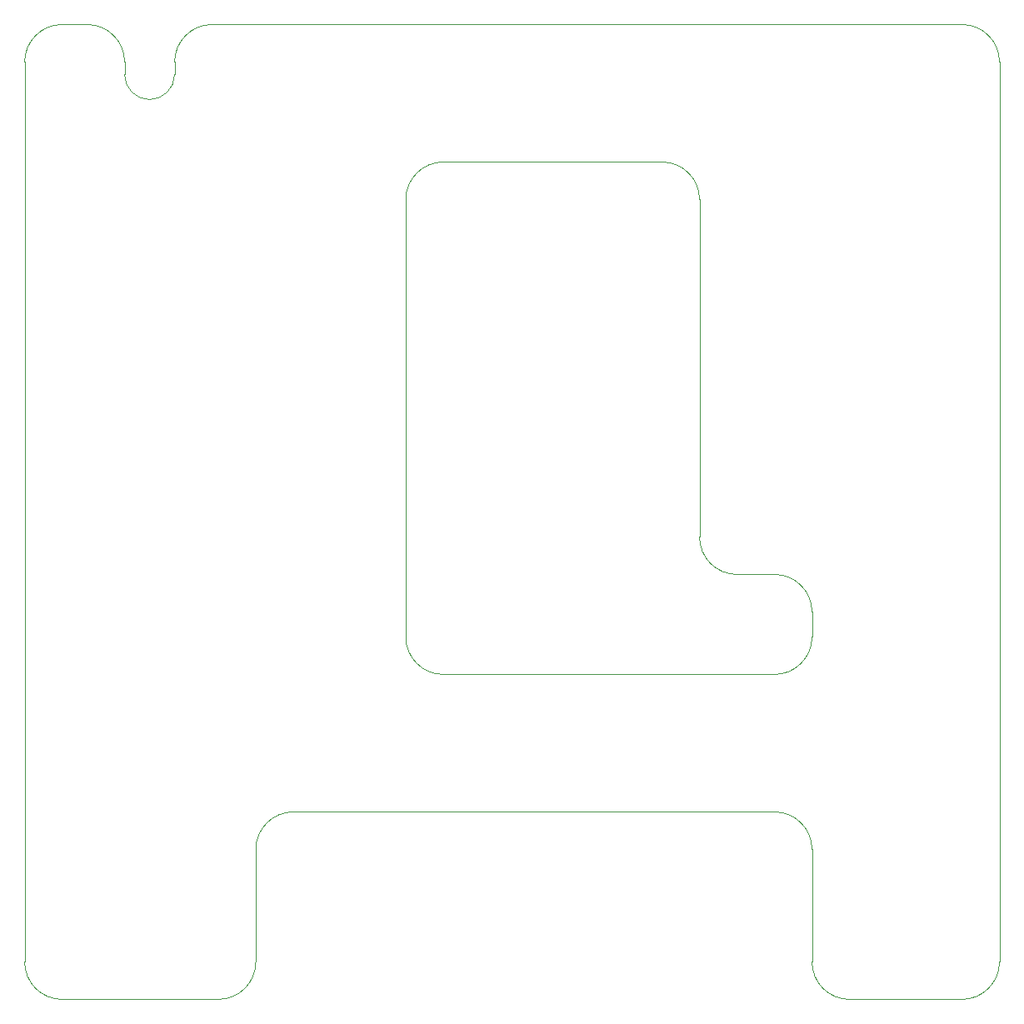
<source format=gbr>
%TF.GenerationSoftware,KiCad,Pcbnew,8.0.4-8.0.4-0~ubuntu22.04.1*%
%TF.CreationDate,2024-08-10T20:12:59+03:00*%
%TF.ProjectId,PM-CPU-RP,504d2d43-5055-42d5-9250-2e6b69636164,rev?*%
%TF.SameCoordinates,Original*%
%TF.FileFunction,Profile,NP*%
%FSLAX46Y46*%
G04 Gerber Fmt 4.6, Leading zero omitted, Abs format (unit mm)*
G04 Created by KiCad (PCBNEW 8.0.4-8.0.4-0~ubuntu22.04.1) date 2024-08-10 20:12:59*
%MOMM*%
%LPD*%
G01*
G04 APERTURE LIST*
%TA.AperFunction,Profile*%
%ADD10C,0.050000*%
%TD*%
G04 APERTURE END LIST*
D10*
X35560000Y-55880000D02*
X35560000Y-54610000D01*
X101600000Y-130810000D02*
G75*
G02*
X105410000Y-134620000I0J-3810000D01*
G01*
X48895000Y-146050000D02*
G75*
G02*
X45085000Y-149860000I-3810000J0D01*
G01*
X90170000Y-64770000D02*
G75*
G02*
X93980000Y-68580000I0J-3810000D01*
G01*
X101600000Y-106680000D02*
G75*
G02*
X105410000Y-110490000I0J-3810000D01*
G01*
X93980000Y-68580000D02*
X93980000Y-102870000D01*
X40640000Y-54610000D02*
X40640000Y-55880000D01*
X52705000Y-130810000D02*
X101600000Y-130810000D01*
X97790000Y-106680000D02*
G75*
G02*
X93980000Y-102870000I0J3810000D01*
G01*
X44450000Y-50800000D02*
X120650000Y-50800000D01*
X64135000Y-113030000D02*
X64135000Y-68580000D01*
X38100000Y-58420000D02*
G75*
G02*
X35560000Y-55880000I0J2540000D01*
G01*
X67945000Y-116840000D02*
G75*
G02*
X64135000Y-113030000I0J3810000D01*
G01*
X97790000Y-106680000D02*
X101600000Y-106680000D01*
X40640000Y-55880000D02*
G75*
G02*
X38100000Y-58420000I-2540000J0D01*
G01*
X67945000Y-116840000D02*
X101600000Y-116840000D01*
X25400000Y-146050000D02*
X25400000Y-54610000D01*
X25400000Y-54610000D02*
G75*
G02*
X29210000Y-50800000I3810000J0D01*
G01*
X48895000Y-134620000D02*
X48895000Y-146050000D01*
X120650000Y-149860000D02*
X109220000Y-149860000D01*
X40640000Y-54610000D02*
G75*
G02*
X44450000Y-50800000I3810000J0D01*
G01*
X109220000Y-149860000D02*
G75*
G02*
X105410000Y-146050000I0J3810000D01*
G01*
X105410000Y-110490000D02*
X105410000Y-113030000D01*
X67945000Y-64770000D02*
X90170000Y-64770000D01*
X105410000Y-134620000D02*
X105410000Y-146050000D01*
X105410000Y-113030000D02*
G75*
G02*
X101600000Y-116840000I-3810000J0D01*
G01*
X124460000Y-54610000D02*
X124460000Y-146050000D01*
X48895000Y-134620000D02*
G75*
G02*
X52705000Y-130810000I3810000J0D01*
G01*
X124460000Y-146050000D02*
G75*
G02*
X120650000Y-149860000I-3810000J0D01*
G01*
X120650000Y-50800000D02*
G75*
G02*
X124460000Y-54610000I0J-3810000D01*
G01*
X29210000Y-50800000D02*
X31750000Y-50800000D01*
X64135000Y-68580000D02*
G75*
G02*
X67945000Y-64770000I3810000J0D01*
G01*
X29210000Y-149860000D02*
G75*
G02*
X25400000Y-146050000I0J3810000D01*
G01*
X31750000Y-50800000D02*
G75*
G02*
X35560000Y-54610000I0J-3810000D01*
G01*
X45085000Y-149860000D02*
X29210000Y-149860000D01*
M02*

</source>
